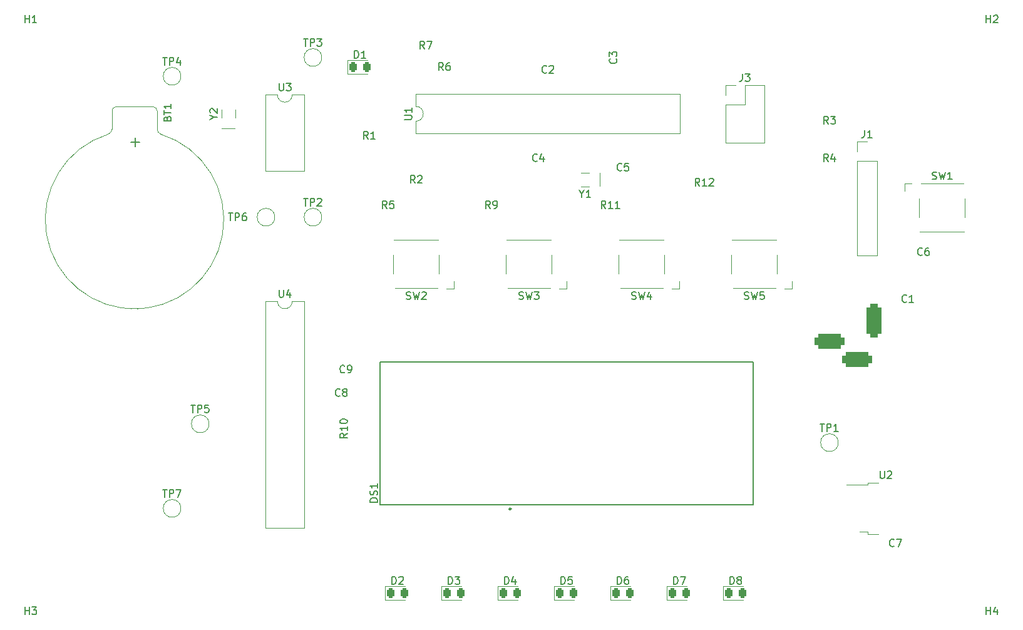
<source format=gbr>
%TF.GenerationSoftware,KiCad,Pcbnew,6.0.6-3a73a75311~116~ubuntu20.04.1*%
%TF.CreationDate,2022-07-22T21:09:37-04:00*%
%TF.ProjectId,first_project,66697273-745f-4707-926f-6a6563742e6b,rev?*%
%TF.SameCoordinates,PX4c4b400PY8a48640*%
%TF.FileFunction,Legend,Top*%
%TF.FilePolarity,Positive*%
%FSLAX46Y46*%
G04 Gerber Fmt 4.6, Leading zero omitted, Abs format (unit mm)*
G04 Created by KiCad (PCBNEW 6.0.6-3a73a75311~116~ubuntu20.04.1) date 2022-07-22 21:09:37*
%MOMM*%
%LPD*%
G01*
G04 APERTURE LIST*
G04 Aperture macros list*
%AMRoundRect*
0 Rectangle with rounded corners*
0 $1 Rounding radius*
0 $2 $3 $4 $5 $6 $7 $8 $9 X,Y pos of 4 corners*
0 Add a 4 corners polygon primitive as box body*
4,1,4,$2,$3,$4,$5,$6,$7,$8,$9,$2,$3,0*
0 Add four circle primitives for the rounded corners*
1,1,$1+$1,$2,$3*
1,1,$1+$1,$4,$5*
1,1,$1+$1,$6,$7*
1,1,$1+$1,$8,$9*
0 Add four rect primitives between the rounded corners*
20,1,$1+$1,$2,$3,$4,$5,0*
20,1,$1+$1,$4,$5,$6,$7,0*
20,1,$1+$1,$6,$7,$8,$9,0*
20,1,$1+$1,$8,$9,$2,$3,0*%
G04 Aperture macros list end*
%ADD10C,0.150000*%
%ADD11C,0.120000*%
%ADD12C,0.250000*%
%ADD13R,1.150000X1.400000*%
%ADD14R,1.000000X1.800000*%
%ADD15C,3.200000*%
%ADD16RoundRect,0.243750X-0.243750X-0.456250X0.243750X-0.456250X0.243750X0.456250X-0.243750X0.456250X0*%
%ADD17R,1.600000X1.600000*%
%ADD18O,1.600000X1.600000*%
%ADD19C,2.000000*%
%ADD20R,1.600000X1.400000*%
%ADD21R,1.800000X1.000000*%
%ADD22O,1.700000X1.700000*%
%ADD23R,1.700000X1.700000*%
%ADD24R,3.000000X3.000000*%
%ADD25C,3.000000*%
%ADD26R,1.400000X1.150000*%
%ADD27R,2.200000X1.200000*%
%ADD28R,6.400000X5.800000*%
%ADD29R,1.400000X1.400000*%
%ADD30C,1.400000*%
%ADD31RoundRect,0.500000X0.500000X-1.750000X0.500000X1.750000X-0.500000X1.750000X-0.500000X-1.750000X0*%
%ADD32RoundRect,0.500000X1.500000X0.500000X-1.500000X0.500000X-1.500000X-0.500000X1.500000X-0.500000X0*%
G04 APERTURE END LIST*
D10*
%TO.C,C7*%
X121763333Y18022858D02*
X121715714Y17975239D01*
X121572857Y17927620D01*
X121477619Y17927620D01*
X121334761Y17975239D01*
X121239523Y18070477D01*
X121191904Y18165715D01*
X121144285Y18356191D01*
X121144285Y18499048D01*
X121191904Y18689524D01*
X121239523Y18784762D01*
X121334761Y18880000D01*
X121477619Y18927620D01*
X121572857Y18927620D01*
X121715714Y18880000D01*
X121763333Y18832381D01*
X122096666Y18927620D02*
X122763333Y18927620D01*
X122334761Y17927620D01*
%TO.C,Y1*%
X79543809Y65603810D02*
X79543809Y65127620D01*
X79210476Y66127620D02*
X79543809Y65603810D01*
X79877142Y66127620D01*
X80734285Y65127620D02*
X80162857Y65127620D01*
X80448571Y65127620D02*
X80448571Y66127620D01*
X80353333Y65984762D01*
X80258095Y65889524D01*
X80162857Y65841905D01*
%TO.C,H4*%
X134238095Y8747620D02*
X134238095Y9747620D01*
X134238095Y9271429D02*
X134809523Y9271429D01*
X134809523Y8747620D02*
X134809523Y9747620D01*
X135714285Y9414286D02*
X135714285Y8747620D01*
X135476190Y9795239D02*
X135238095Y9080953D01*
X135857142Y9080953D01*
%TO.C,D7*%
X91981904Y12847620D02*
X91981904Y13847620D01*
X92220000Y13847620D01*
X92362857Y13800000D01*
X92458095Y13704762D01*
X92505714Y13609524D01*
X92553333Y13419048D01*
X92553333Y13276191D01*
X92505714Y13085715D01*
X92458095Y12990477D01*
X92362857Y12895239D01*
X92220000Y12847620D01*
X91981904Y12847620D01*
X92886666Y13847620D02*
X93553333Y13847620D01*
X93124761Y12847620D01*
%TO.C,D5*%
X76741904Y12847620D02*
X76741904Y13847620D01*
X76980000Y13847620D01*
X77122857Y13800000D01*
X77218095Y13704762D01*
X77265714Y13609524D01*
X77313333Y13419048D01*
X77313333Y13276191D01*
X77265714Y13085715D01*
X77218095Y12990477D01*
X77122857Y12895239D01*
X76980000Y12847620D01*
X76741904Y12847620D01*
X78218095Y13847620D02*
X77741904Y13847620D01*
X77694285Y13371429D01*
X77741904Y13419048D01*
X77837142Y13466667D01*
X78075238Y13466667D01*
X78170476Y13419048D01*
X78218095Y13371429D01*
X78265714Y13276191D01*
X78265714Y13038096D01*
X78218095Y12942858D01*
X78170476Y12895239D01*
X78075238Y12847620D01*
X77837142Y12847620D01*
X77741904Y12895239D01*
X77694285Y12942858D01*
%TO.C,U4*%
X38628095Y52632620D02*
X38628095Y51823096D01*
X38675714Y51727858D01*
X38723333Y51680239D01*
X38818571Y51632620D01*
X39009047Y51632620D01*
X39104285Y51680239D01*
X39151904Y51727858D01*
X39199523Y51823096D01*
X39199523Y52632620D01*
X40104285Y52299286D02*
X40104285Y51632620D01*
X39866190Y52680239D02*
X39628095Y51965953D01*
X40247142Y51965953D01*
%TO.C,TP2*%
X41928095Y64995620D02*
X42499523Y64995620D01*
X42213809Y63995620D02*
X42213809Y64995620D01*
X42832857Y63995620D02*
X42832857Y64995620D01*
X43213809Y64995620D01*
X43309047Y64948000D01*
X43356666Y64900381D01*
X43404285Y64805143D01*
X43404285Y64662286D01*
X43356666Y64567048D01*
X43309047Y64519429D01*
X43213809Y64471810D01*
X42832857Y64471810D01*
X43785238Y64900381D02*
X43832857Y64948000D01*
X43928095Y64995620D01*
X44166190Y64995620D01*
X44261428Y64948000D01*
X44309047Y64900381D01*
X44356666Y64805143D01*
X44356666Y64709905D01*
X44309047Y64567048D01*
X43737619Y63995620D01*
X44356666Y63995620D01*
%TO.C,TP6*%
X31768095Y62997620D02*
X32339523Y62997620D01*
X32053809Y61997620D02*
X32053809Y62997620D01*
X32672857Y61997620D02*
X32672857Y62997620D01*
X33053809Y62997620D01*
X33149047Y62950000D01*
X33196666Y62902381D01*
X33244285Y62807143D01*
X33244285Y62664286D01*
X33196666Y62569048D01*
X33149047Y62521429D01*
X33053809Y62473810D01*
X32672857Y62473810D01*
X34101428Y62997620D02*
X33910952Y62997620D01*
X33815714Y62950000D01*
X33768095Y62902381D01*
X33672857Y62759524D01*
X33625238Y62569048D01*
X33625238Y62188096D01*
X33672857Y62092858D01*
X33720476Y62045239D01*
X33815714Y61997620D01*
X34006190Y61997620D01*
X34101428Y62045239D01*
X34149047Y62092858D01*
X34196666Y62188096D01*
X34196666Y62426191D01*
X34149047Y62521429D01*
X34101428Y62569048D01*
X34006190Y62616667D01*
X33815714Y62616667D01*
X33720476Y62569048D01*
X33672857Y62521429D01*
X33625238Y62426191D01*
%TO.C,C8*%
X46833333Y38342858D02*
X46785714Y38295239D01*
X46642857Y38247620D01*
X46547619Y38247620D01*
X46404761Y38295239D01*
X46309523Y38390477D01*
X46261904Y38485715D01*
X46214285Y38676191D01*
X46214285Y38819048D01*
X46261904Y39009524D01*
X46309523Y39104762D01*
X46404761Y39200000D01*
X46547619Y39247620D01*
X46642857Y39247620D01*
X46785714Y39200000D01*
X46833333Y39152381D01*
X47404761Y38819048D02*
X47309523Y38866667D01*
X47261904Y38914286D01*
X47214285Y39009524D01*
X47214285Y39057143D01*
X47261904Y39152381D01*
X47309523Y39200000D01*
X47404761Y39247620D01*
X47595238Y39247620D01*
X47690476Y39200000D01*
X47738095Y39152381D01*
X47785714Y39057143D01*
X47785714Y39009524D01*
X47738095Y38914286D01*
X47690476Y38866667D01*
X47595238Y38819048D01*
X47404761Y38819048D01*
X47309523Y38771429D01*
X47261904Y38723810D01*
X47214285Y38628572D01*
X47214285Y38438096D01*
X47261904Y38342858D01*
X47309523Y38295239D01*
X47404761Y38247620D01*
X47595238Y38247620D01*
X47690476Y38295239D01*
X47738095Y38342858D01*
X47785714Y38438096D01*
X47785714Y38628572D01*
X47738095Y38723810D01*
X47690476Y38771429D01*
X47595238Y38819048D01*
%TO.C,C9*%
X47468333Y41517858D02*
X47420714Y41470239D01*
X47277857Y41422620D01*
X47182619Y41422620D01*
X47039761Y41470239D01*
X46944523Y41565477D01*
X46896904Y41660715D01*
X46849285Y41851191D01*
X46849285Y41994048D01*
X46896904Y42184524D01*
X46944523Y42279762D01*
X47039761Y42375000D01*
X47182619Y42422620D01*
X47277857Y42422620D01*
X47420714Y42375000D01*
X47468333Y42327381D01*
X47944523Y41422620D02*
X48135000Y41422620D01*
X48230238Y41470239D01*
X48277857Y41517858D01*
X48373095Y41660715D01*
X48420714Y41851191D01*
X48420714Y42232143D01*
X48373095Y42327381D01*
X48325476Y42375000D01*
X48230238Y42422620D01*
X48039761Y42422620D01*
X47944523Y42375000D01*
X47896904Y42327381D01*
X47849285Y42232143D01*
X47849285Y41994048D01*
X47896904Y41898810D01*
X47944523Y41851191D01*
X48039761Y41803572D01*
X48230238Y41803572D01*
X48325476Y41851191D01*
X48373095Y41898810D01*
X48420714Y41994048D01*
%TO.C,TP4*%
X22878095Y84045620D02*
X23449523Y84045620D01*
X23163809Y83045620D02*
X23163809Y84045620D01*
X23782857Y83045620D02*
X23782857Y84045620D01*
X24163809Y84045620D01*
X24259047Y83998000D01*
X24306666Y83950381D01*
X24354285Y83855143D01*
X24354285Y83712286D01*
X24306666Y83617048D01*
X24259047Y83569429D01*
X24163809Y83521810D01*
X23782857Y83521810D01*
X25211428Y83712286D02*
X25211428Y83045620D01*
X24973333Y84093239D02*
X24735238Y83378953D01*
X25354285Y83378953D01*
%TO.C,SW1*%
X126946666Y67615239D02*
X127089523Y67567620D01*
X127327619Y67567620D01*
X127422857Y67615239D01*
X127470476Y67662858D01*
X127518095Y67758096D01*
X127518095Y67853334D01*
X127470476Y67948572D01*
X127422857Y67996191D01*
X127327619Y68043810D01*
X127137142Y68091429D01*
X127041904Y68139048D01*
X126994285Y68186667D01*
X126946666Y68281905D01*
X126946666Y68377143D01*
X126994285Y68472381D01*
X127041904Y68520000D01*
X127137142Y68567620D01*
X127375238Y68567620D01*
X127518095Y68520000D01*
X127851428Y68567620D02*
X128089523Y67567620D01*
X128280000Y68281905D01*
X128470476Y67567620D01*
X128708571Y68567620D01*
X129613333Y67567620D02*
X129041904Y67567620D01*
X129327619Y67567620D02*
X129327619Y68567620D01*
X129232380Y68424762D01*
X129137142Y68329524D01*
X129041904Y68281905D01*
%TO.C,C2*%
X74773333Y82032858D02*
X74725714Y81985239D01*
X74582857Y81937620D01*
X74487619Y81937620D01*
X74344761Y81985239D01*
X74249523Y82080477D01*
X74201904Y82175715D01*
X74154285Y82366191D01*
X74154285Y82509048D01*
X74201904Y82699524D01*
X74249523Y82794762D01*
X74344761Y82890000D01*
X74487619Y82937620D01*
X74582857Y82937620D01*
X74725714Y82890000D01*
X74773333Y82842381D01*
X75154285Y82842381D02*
X75201904Y82890000D01*
X75297142Y82937620D01*
X75535238Y82937620D01*
X75630476Y82890000D01*
X75678095Y82842381D01*
X75725714Y82747143D01*
X75725714Y82651905D01*
X75678095Y82509048D01*
X75106666Y81937620D01*
X75725714Y81937620D01*
%TO.C,D8*%
X99601904Y12847620D02*
X99601904Y13847620D01*
X99840000Y13847620D01*
X99982857Y13800000D01*
X100078095Y13704762D01*
X100125714Y13609524D01*
X100173333Y13419048D01*
X100173333Y13276191D01*
X100125714Y13085715D01*
X100078095Y12990477D01*
X99982857Y12895239D01*
X99840000Y12847620D01*
X99601904Y12847620D01*
X100744761Y13419048D02*
X100649523Y13466667D01*
X100601904Y13514286D01*
X100554285Y13609524D01*
X100554285Y13657143D01*
X100601904Y13752381D01*
X100649523Y13800000D01*
X100744761Y13847620D01*
X100935238Y13847620D01*
X101030476Y13800000D01*
X101078095Y13752381D01*
X101125714Y13657143D01*
X101125714Y13609524D01*
X101078095Y13514286D01*
X101030476Y13466667D01*
X100935238Y13419048D01*
X100744761Y13419048D01*
X100649523Y13371429D01*
X100601904Y13323810D01*
X100554285Y13228572D01*
X100554285Y13038096D01*
X100601904Y12942858D01*
X100649523Y12895239D01*
X100744761Y12847620D01*
X100935238Y12847620D01*
X101030476Y12895239D01*
X101078095Y12942858D01*
X101125714Y13038096D01*
X101125714Y13228572D01*
X101078095Y13323810D01*
X101030476Y13371429D01*
X100935238Y13419048D01*
%TO.C,SW2*%
X55826666Y51395239D02*
X55969523Y51347620D01*
X56207619Y51347620D01*
X56302857Y51395239D01*
X56350476Y51442858D01*
X56398095Y51538096D01*
X56398095Y51633334D01*
X56350476Y51728572D01*
X56302857Y51776191D01*
X56207619Y51823810D01*
X56017142Y51871429D01*
X55921904Y51919048D01*
X55874285Y51966667D01*
X55826666Y52061905D01*
X55826666Y52157143D01*
X55874285Y52252381D01*
X55921904Y52300000D01*
X56017142Y52347620D01*
X56255238Y52347620D01*
X56398095Y52300000D01*
X56731428Y52347620D02*
X56969523Y51347620D01*
X57160000Y52061905D01*
X57350476Y51347620D01*
X57588571Y52347620D01*
X57921904Y52252381D02*
X57969523Y52300000D01*
X58064761Y52347620D01*
X58302857Y52347620D01*
X58398095Y52300000D01*
X58445714Y52252381D01*
X58493333Y52157143D01*
X58493333Y52061905D01*
X58445714Y51919048D01*
X57874285Y51347620D01*
X58493333Y51347620D01*
%TO.C,R6*%
X60803333Y82317620D02*
X60470000Y82793810D01*
X60231904Y82317620D02*
X60231904Y83317620D01*
X60612857Y83317620D01*
X60708095Y83270000D01*
X60755714Y83222381D01*
X60803333Y83127143D01*
X60803333Y82984286D01*
X60755714Y82889048D01*
X60708095Y82841429D01*
X60612857Y82793810D01*
X60231904Y82793810D01*
X61660476Y83317620D02*
X61470000Y83317620D01*
X61374761Y83270000D01*
X61327142Y83222381D01*
X61231904Y83079524D01*
X61184285Y82889048D01*
X61184285Y82508096D01*
X61231904Y82412858D01*
X61279523Y82365239D01*
X61374761Y82317620D01*
X61565238Y82317620D01*
X61660476Y82365239D01*
X61708095Y82412858D01*
X61755714Y82508096D01*
X61755714Y82746191D01*
X61708095Y82841429D01*
X61660476Y82889048D01*
X61565238Y82936667D01*
X61374761Y82936667D01*
X61279523Y82889048D01*
X61231904Y82841429D01*
X61184285Y82746191D01*
%TO.C,D2*%
X53881904Y12847620D02*
X53881904Y13847620D01*
X54120000Y13847620D01*
X54262857Y13800000D01*
X54358095Y13704762D01*
X54405714Y13609524D01*
X54453333Y13419048D01*
X54453333Y13276191D01*
X54405714Y13085715D01*
X54358095Y12990477D01*
X54262857Y12895239D01*
X54120000Y12847620D01*
X53881904Y12847620D01*
X54834285Y13752381D02*
X54881904Y13800000D01*
X54977142Y13847620D01*
X55215238Y13847620D01*
X55310476Y13800000D01*
X55358095Y13752381D01*
X55405714Y13657143D01*
X55405714Y13561905D01*
X55358095Y13419048D01*
X54786666Y12847620D01*
X55405714Y12847620D01*
%TO.C,SW3*%
X71066666Y51395239D02*
X71209523Y51347620D01*
X71447619Y51347620D01*
X71542857Y51395239D01*
X71590476Y51442858D01*
X71638095Y51538096D01*
X71638095Y51633334D01*
X71590476Y51728572D01*
X71542857Y51776191D01*
X71447619Y51823810D01*
X71257142Y51871429D01*
X71161904Y51919048D01*
X71114285Y51966667D01*
X71066666Y52061905D01*
X71066666Y52157143D01*
X71114285Y52252381D01*
X71161904Y52300000D01*
X71257142Y52347620D01*
X71495238Y52347620D01*
X71638095Y52300000D01*
X71971428Y52347620D02*
X72209523Y51347620D01*
X72400000Y52061905D01*
X72590476Y51347620D01*
X72828571Y52347620D01*
X73114285Y52347620D02*
X73733333Y52347620D01*
X73400000Y51966667D01*
X73542857Y51966667D01*
X73638095Y51919048D01*
X73685714Y51871429D01*
X73733333Y51776191D01*
X73733333Y51538096D01*
X73685714Y51442858D01*
X73638095Y51395239D01*
X73542857Y51347620D01*
X73257142Y51347620D01*
X73161904Y51395239D01*
X73114285Y51442858D01*
%TO.C,D3*%
X61501904Y12847620D02*
X61501904Y13847620D01*
X61740000Y13847620D01*
X61882857Y13800000D01*
X61978095Y13704762D01*
X62025714Y13609524D01*
X62073333Y13419048D01*
X62073333Y13276191D01*
X62025714Y13085715D01*
X61978095Y12990477D01*
X61882857Y12895239D01*
X61740000Y12847620D01*
X61501904Y12847620D01*
X62406666Y13847620D02*
X63025714Y13847620D01*
X62692380Y13466667D01*
X62835238Y13466667D01*
X62930476Y13419048D01*
X62978095Y13371429D01*
X63025714Y13276191D01*
X63025714Y13038096D01*
X62978095Y12942858D01*
X62930476Y12895239D01*
X62835238Y12847620D01*
X62549523Y12847620D01*
X62454285Y12895239D01*
X62406666Y12942858D01*
%TO.C,R2*%
X56993333Y67077620D02*
X56660000Y67553810D01*
X56421904Y67077620D02*
X56421904Y68077620D01*
X56802857Y68077620D01*
X56898095Y68030000D01*
X56945714Y67982381D01*
X56993333Y67887143D01*
X56993333Y67744286D01*
X56945714Y67649048D01*
X56898095Y67601429D01*
X56802857Y67553810D01*
X56421904Y67553810D01*
X57374285Y67982381D02*
X57421904Y68030000D01*
X57517142Y68077620D01*
X57755238Y68077620D01*
X57850476Y68030000D01*
X57898095Y67982381D01*
X57945714Y67887143D01*
X57945714Y67791905D01*
X57898095Y67649048D01*
X57326666Y67077620D01*
X57945714Y67077620D01*
%TO.C,Y2*%
X29786190Y75943810D02*
X30262380Y75943810D01*
X29262380Y75610477D02*
X29786190Y75943810D01*
X29262380Y76277143D01*
X29357619Y76562858D02*
X29310000Y76610477D01*
X29262380Y76705715D01*
X29262380Y76943810D01*
X29310000Y77039048D01*
X29357619Y77086667D01*
X29452857Y77134286D01*
X29548095Y77134286D01*
X29690952Y77086667D01*
X30262380Y76515239D01*
X30262380Y77134286D01*
%TO.C,R3*%
X112873333Y75077620D02*
X112540000Y75553810D01*
X112301904Y75077620D02*
X112301904Y76077620D01*
X112682857Y76077620D01*
X112778095Y76030000D01*
X112825714Y75982381D01*
X112873333Y75887143D01*
X112873333Y75744286D01*
X112825714Y75649048D01*
X112778095Y75601429D01*
X112682857Y75553810D01*
X112301904Y75553810D01*
X113206666Y76077620D02*
X113825714Y76077620D01*
X113492380Y75696667D01*
X113635238Y75696667D01*
X113730476Y75649048D01*
X113778095Y75601429D01*
X113825714Y75506191D01*
X113825714Y75268096D01*
X113778095Y75172858D01*
X113730476Y75125239D01*
X113635238Y75077620D01*
X113349523Y75077620D01*
X113254285Y75125239D01*
X113206666Y75172858D01*
%TO.C,J1*%
X117786666Y74217620D02*
X117786666Y73503334D01*
X117739047Y73360477D01*
X117643809Y73265239D01*
X117500952Y73217620D01*
X117405714Y73217620D01*
X118786666Y73217620D02*
X118215238Y73217620D01*
X118500952Y73217620D02*
X118500952Y74217620D01*
X118405714Y74074762D01*
X118310476Y73979524D01*
X118215238Y73931905D01*
%TO.C,C5*%
X84933333Y68822858D02*
X84885714Y68775239D01*
X84742857Y68727620D01*
X84647619Y68727620D01*
X84504761Y68775239D01*
X84409523Y68870477D01*
X84361904Y68965715D01*
X84314285Y69156191D01*
X84314285Y69299048D01*
X84361904Y69489524D01*
X84409523Y69584762D01*
X84504761Y69680000D01*
X84647619Y69727620D01*
X84742857Y69727620D01*
X84885714Y69680000D01*
X84933333Y69632381D01*
X85838095Y69727620D02*
X85361904Y69727620D01*
X85314285Y69251429D01*
X85361904Y69299048D01*
X85457142Y69346667D01*
X85695238Y69346667D01*
X85790476Y69299048D01*
X85838095Y69251429D01*
X85885714Y69156191D01*
X85885714Y68918096D01*
X85838095Y68822858D01*
X85790476Y68775239D01*
X85695238Y68727620D01*
X85457142Y68727620D01*
X85361904Y68775239D01*
X85314285Y68822858D01*
%TO.C,R4*%
X112873333Y69997620D02*
X112540000Y70473810D01*
X112301904Y69997620D02*
X112301904Y70997620D01*
X112682857Y70997620D01*
X112778095Y70950000D01*
X112825714Y70902381D01*
X112873333Y70807143D01*
X112873333Y70664286D01*
X112825714Y70569048D01*
X112778095Y70521429D01*
X112682857Y70473810D01*
X112301904Y70473810D01*
X113730476Y70664286D02*
X113730476Y69997620D01*
X113492380Y71045239D02*
X113254285Y70330953D01*
X113873333Y70330953D01*
%TO.C,U3*%
X38628095Y80557620D02*
X38628095Y79748096D01*
X38675714Y79652858D01*
X38723333Y79605239D01*
X38818571Y79557620D01*
X39009047Y79557620D01*
X39104285Y79605239D01*
X39151904Y79652858D01*
X39199523Y79748096D01*
X39199523Y80557620D01*
X39580476Y80557620D02*
X40199523Y80557620D01*
X39866190Y80176667D01*
X40009047Y80176667D01*
X40104285Y80129048D01*
X40151904Y80081429D01*
X40199523Y79986191D01*
X40199523Y79748096D01*
X40151904Y79652858D01*
X40104285Y79605239D01*
X40009047Y79557620D01*
X39723333Y79557620D01*
X39628095Y79605239D01*
X39580476Y79652858D01*
%TO.C,TP7*%
X22878095Y25625620D02*
X23449523Y25625620D01*
X23163809Y24625620D02*
X23163809Y25625620D01*
X23782857Y24625620D02*
X23782857Y25625620D01*
X24163809Y25625620D01*
X24259047Y25578000D01*
X24306666Y25530381D01*
X24354285Y25435143D01*
X24354285Y25292286D01*
X24306666Y25197048D01*
X24259047Y25149429D01*
X24163809Y25101810D01*
X23782857Y25101810D01*
X24687619Y25625620D02*
X25354285Y25625620D01*
X24925714Y24625620D01*
%TO.C,C6*%
X125573333Y57392858D02*
X125525714Y57345239D01*
X125382857Y57297620D01*
X125287619Y57297620D01*
X125144761Y57345239D01*
X125049523Y57440477D01*
X125001904Y57535715D01*
X124954285Y57726191D01*
X124954285Y57869048D01*
X125001904Y58059524D01*
X125049523Y58154762D01*
X125144761Y58250000D01*
X125287619Y58297620D01*
X125382857Y58297620D01*
X125525714Y58250000D01*
X125573333Y58202381D01*
X126430476Y58297620D02*
X126240000Y58297620D01*
X126144761Y58250000D01*
X126097142Y58202381D01*
X126001904Y58059524D01*
X125954285Y57869048D01*
X125954285Y57488096D01*
X126001904Y57392858D01*
X126049523Y57345239D01*
X126144761Y57297620D01*
X126335238Y57297620D01*
X126430476Y57345239D01*
X126478095Y57392858D01*
X126525714Y57488096D01*
X126525714Y57726191D01*
X126478095Y57821429D01*
X126430476Y57869048D01*
X126335238Y57916667D01*
X126144761Y57916667D01*
X126049523Y57869048D01*
X126001904Y57821429D01*
X125954285Y57726191D01*
%TO.C,D1*%
X48801904Y83967620D02*
X48801904Y84967620D01*
X49040000Y84967620D01*
X49182857Y84920000D01*
X49278095Y84824762D01*
X49325714Y84729524D01*
X49373333Y84539048D01*
X49373333Y84396191D01*
X49325714Y84205715D01*
X49278095Y84110477D01*
X49182857Y84015239D01*
X49040000Y83967620D01*
X48801904Y83967620D01*
X50325714Y83967620D02*
X49754285Y83967620D01*
X50040000Y83967620D02*
X50040000Y84967620D01*
X49944761Y84824762D01*
X49849523Y84729524D01*
X49754285Y84681905D01*
%TO.C,TP1*%
X111778095Y34515620D02*
X112349523Y34515620D01*
X112063809Y33515620D02*
X112063809Y34515620D01*
X112682857Y33515620D02*
X112682857Y34515620D01*
X113063809Y34515620D01*
X113159047Y34468000D01*
X113206666Y34420381D01*
X113254285Y34325143D01*
X113254285Y34182286D01*
X113206666Y34087048D01*
X113159047Y34039429D01*
X113063809Y33991810D01*
X112682857Y33991810D01*
X114206666Y33515620D02*
X113635238Y33515620D01*
X113920952Y33515620D02*
X113920952Y34515620D01*
X113825714Y34372762D01*
X113730476Y34277524D01*
X113635238Y34229905D01*
%TO.C,H2*%
X134238095Y88747620D02*
X134238095Y89747620D01*
X134238095Y89271429D02*
X134809523Y89271429D01*
X134809523Y88747620D02*
X134809523Y89747620D01*
X135238095Y89652381D02*
X135285714Y89700000D01*
X135380952Y89747620D01*
X135619047Y89747620D01*
X135714285Y89700000D01*
X135761904Y89652381D01*
X135809523Y89557143D01*
X135809523Y89461905D01*
X135761904Y89319048D01*
X135190476Y88747620D01*
X135809523Y88747620D01*
%TO.C,BT1*%
X23488555Y75797972D02*
X23536174Y75940829D01*
X23583793Y75988448D01*
X23679031Y76036067D01*
X23821888Y76036067D01*
X23917126Y75988448D01*
X23964745Y75940829D01*
X24012364Y75845591D01*
X24012364Y75464639D01*
X23012364Y75464639D01*
X23012364Y75797972D01*
X23059984Y75893210D01*
X23107603Y75940829D01*
X23202841Y75988448D01*
X23298079Y75988448D01*
X23393317Y75940829D01*
X23440936Y75893210D01*
X23488555Y75797972D01*
X23488555Y75464639D01*
X23012364Y76321782D02*
X23012364Y76893210D01*
X24012364Y76607496D02*
X23012364Y76607496D01*
X24012364Y77750353D02*
X24012364Y77178925D01*
X24012364Y77464639D02*
X23012364Y77464639D01*
X23155222Y77369401D01*
X23250460Y77274163D01*
X23298079Y77178925D01*
X19167126Y72012258D02*
X19167126Y73155115D01*
X19738555Y72583686D02*
X18595698Y72583686D01*
%TO.C,R1*%
X50643333Y73047620D02*
X50310000Y73523810D01*
X50071904Y73047620D02*
X50071904Y74047620D01*
X50452857Y74047620D01*
X50548095Y74000000D01*
X50595714Y73952381D01*
X50643333Y73857143D01*
X50643333Y73714286D01*
X50595714Y73619048D01*
X50548095Y73571429D01*
X50452857Y73523810D01*
X50071904Y73523810D01*
X51595714Y73047620D02*
X51024285Y73047620D01*
X51310000Y73047620D02*
X51310000Y74047620D01*
X51214761Y73904762D01*
X51119523Y73809524D01*
X51024285Y73761905D01*
%TO.C,H3*%
X4238095Y8747620D02*
X4238095Y9747620D01*
X4238095Y9271429D02*
X4809523Y9271429D01*
X4809523Y8747620D02*
X4809523Y9747620D01*
X5190476Y9747620D02*
X5809523Y9747620D01*
X5476190Y9366667D01*
X5619047Y9366667D01*
X5714285Y9319048D01*
X5761904Y9271429D01*
X5809523Y9176191D01*
X5809523Y8938096D01*
X5761904Y8842858D01*
X5714285Y8795239D01*
X5619047Y8747620D01*
X5333333Y8747620D01*
X5238095Y8795239D01*
X5190476Y8842858D01*
%TO.C,SW4*%
X86306666Y51395239D02*
X86449523Y51347620D01*
X86687619Y51347620D01*
X86782857Y51395239D01*
X86830476Y51442858D01*
X86878095Y51538096D01*
X86878095Y51633334D01*
X86830476Y51728572D01*
X86782857Y51776191D01*
X86687619Y51823810D01*
X86497142Y51871429D01*
X86401904Y51919048D01*
X86354285Y51966667D01*
X86306666Y52061905D01*
X86306666Y52157143D01*
X86354285Y52252381D01*
X86401904Y52300000D01*
X86497142Y52347620D01*
X86735238Y52347620D01*
X86878095Y52300000D01*
X87211428Y52347620D02*
X87449523Y51347620D01*
X87640000Y52061905D01*
X87830476Y51347620D01*
X88068571Y52347620D01*
X88878095Y52014286D02*
X88878095Y51347620D01*
X88640000Y52395239D02*
X88401904Y51680953D01*
X89020952Y51680953D01*
%TO.C,SW5*%
X101546666Y51395239D02*
X101689523Y51347620D01*
X101927619Y51347620D01*
X102022857Y51395239D01*
X102070476Y51442858D01*
X102118095Y51538096D01*
X102118095Y51633334D01*
X102070476Y51728572D01*
X102022857Y51776191D01*
X101927619Y51823810D01*
X101737142Y51871429D01*
X101641904Y51919048D01*
X101594285Y51966667D01*
X101546666Y52061905D01*
X101546666Y52157143D01*
X101594285Y52252381D01*
X101641904Y52300000D01*
X101737142Y52347620D01*
X101975238Y52347620D01*
X102118095Y52300000D01*
X102451428Y52347620D02*
X102689523Y51347620D01*
X102880000Y52061905D01*
X103070476Y51347620D01*
X103308571Y52347620D01*
X104165714Y52347620D02*
X103689523Y52347620D01*
X103641904Y51871429D01*
X103689523Y51919048D01*
X103784761Y51966667D01*
X104022857Y51966667D01*
X104118095Y51919048D01*
X104165714Y51871429D01*
X104213333Y51776191D01*
X104213333Y51538096D01*
X104165714Y51442858D01*
X104118095Y51395239D01*
X104022857Y51347620D01*
X103784761Y51347620D01*
X103689523Y51395239D01*
X103641904Y51442858D01*
%TO.C,R10*%
X47832380Y33232143D02*
X47356190Y32898810D01*
X47832380Y32660715D02*
X46832380Y32660715D01*
X46832380Y33041667D01*
X46880000Y33136905D01*
X46927619Y33184524D01*
X47022857Y33232143D01*
X47165714Y33232143D01*
X47260952Y33184524D01*
X47308571Y33136905D01*
X47356190Y33041667D01*
X47356190Y32660715D01*
X47832380Y34184524D02*
X47832380Y33613096D01*
X47832380Y33898810D02*
X46832380Y33898810D01*
X46975238Y33803572D01*
X47070476Y33708334D01*
X47118095Y33613096D01*
X46832380Y34803572D02*
X46832380Y34898810D01*
X46880000Y34994048D01*
X46927619Y35041667D01*
X47022857Y35089286D01*
X47213333Y35136905D01*
X47451428Y35136905D01*
X47641904Y35089286D01*
X47737142Y35041667D01*
X47784761Y34994048D01*
X47832380Y34898810D01*
X47832380Y34803572D01*
X47784761Y34708334D01*
X47737142Y34660715D01*
X47641904Y34613096D01*
X47451428Y34565477D01*
X47213333Y34565477D01*
X47022857Y34613096D01*
X46927619Y34660715D01*
X46880000Y34708334D01*
X46832380Y34803572D01*
%TO.C,C4*%
X73503333Y70092858D02*
X73455714Y70045239D01*
X73312857Y69997620D01*
X73217619Y69997620D01*
X73074761Y70045239D01*
X72979523Y70140477D01*
X72931904Y70235715D01*
X72884285Y70426191D01*
X72884285Y70569048D01*
X72931904Y70759524D01*
X72979523Y70854762D01*
X73074761Y70950000D01*
X73217619Y70997620D01*
X73312857Y70997620D01*
X73455714Y70950000D01*
X73503333Y70902381D01*
X74360476Y70664286D02*
X74360476Y69997620D01*
X74122380Y71045239D02*
X73884285Y70330953D01*
X74503333Y70330953D01*
%TO.C,R7*%
X58263333Y85237620D02*
X57930000Y85713810D01*
X57691904Y85237620D02*
X57691904Y86237620D01*
X58072857Y86237620D01*
X58168095Y86190000D01*
X58215714Y86142381D01*
X58263333Y86047143D01*
X58263333Y85904286D01*
X58215714Y85809048D01*
X58168095Y85761429D01*
X58072857Y85713810D01*
X57691904Y85713810D01*
X58596666Y86237620D02*
X59263333Y86237620D01*
X58834761Y85237620D01*
%TO.C,H1*%
X4238095Y88747620D02*
X4238095Y89747620D01*
X4238095Y89271429D02*
X4809523Y89271429D01*
X4809523Y88747620D02*
X4809523Y89747620D01*
X5809523Y88747620D02*
X5238095Y88747620D01*
X5523809Y88747620D02*
X5523809Y89747620D01*
X5428571Y89604762D01*
X5333333Y89509524D01*
X5238095Y89461905D01*
%TO.C,R9*%
X67153333Y63647620D02*
X66820000Y64123810D01*
X66581904Y63647620D02*
X66581904Y64647620D01*
X66962857Y64647620D01*
X67058095Y64600000D01*
X67105714Y64552381D01*
X67153333Y64457143D01*
X67153333Y64314286D01*
X67105714Y64219048D01*
X67058095Y64171429D01*
X66962857Y64123810D01*
X66581904Y64123810D01*
X67629523Y63647620D02*
X67820000Y63647620D01*
X67915238Y63695239D01*
X67962857Y63742858D01*
X68058095Y63885715D01*
X68105714Y64076191D01*
X68105714Y64457143D01*
X68058095Y64552381D01*
X68010476Y64600000D01*
X67915238Y64647620D01*
X67724761Y64647620D01*
X67629523Y64600000D01*
X67581904Y64552381D01*
X67534285Y64457143D01*
X67534285Y64219048D01*
X67581904Y64123810D01*
X67629523Y64076191D01*
X67724761Y64028572D01*
X67915238Y64028572D01*
X68010476Y64076191D01*
X68058095Y64123810D01*
X68105714Y64219048D01*
%TO.C,C3*%
X84187142Y83873334D02*
X84234761Y83825715D01*
X84282380Y83682858D01*
X84282380Y83587620D01*
X84234761Y83444762D01*
X84139523Y83349524D01*
X84044285Y83301905D01*
X83853809Y83254286D01*
X83710952Y83254286D01*
X83520476Y83301905D01*
X83425238Y83349524D01*
X83330000Y83444762D01*
X83282380Y83587620D01*
X83282380Y83682858D01*
X83330000Y83825715D01*
X83377619Y83873334D01*
X83282380Y84206667D02*
X83282380Y84825715D01*
X83663333Y84492381D01*
X83663333Y84635239D01*
X83710952Y84730477D01*
X83758571Y84778096D01*
X83853809Y84825715D01*
X84091904Y84825715D01*
X84187142Y84778096D01*
X84234761Y84730477D01*
X84282380Y84635239D01*
X84282380Y84349524D01*
X84234761Y84254286D01*
X84187142Y84206667D01*
%TO.C,C1*%
X123453333Y51042858D02*
X123405714Y50995239D01*
X123262857Y50947620D01*
X123167619Y50947620D01*
X123024761Y50995239D01*
X122929523Y51090477D01*
X122881904Y51185715D01*
X122834285Y51376191D01*
X122834285Y51519048D01*
X122881904Y51709524D01*
X122929523Y51804762D01*
X123024761Y51900000D01*
X123167619Y51947620D01*
X123262857Y51947620D01*
X123405714Y51900000D01*
X123453333Y51852381D01*
X124405714Y50947620D02*
X123834285Y50947620D01*
X124120000Y50947620D02*
X124120000Y51947620D01*
X124024761Y51804762D01*
X123929523Y51709524D01*
X123834285Y51661905D01*
%TO.C,TP3*%
X41928095Y86585620D02*
X42499523Y86585620D01*
X42213809Y85585620D02*
X42213809Y86585620D01*
X42832857Y85585620D02*
X42832857Y86585620D01*
X43213809Y86585620D01*
X43309047Y86538000D01*
X43356666Y86490381D01*
X43404285Y86395143D01*
X43404285Y86252286D01*
X43356666Y86157048D01*
X43309047Y86109429D01*
X43213809Y86061810D01*
X42832857Y86061810D01*
X43737619Y86585620D02*
X44356666Y86585620D01*
X44023333Y86204667D01*
X44166190Y86204667D01*
X44261428Y86157048D01*
X44309047Y86109429D01*
X44356666Y86014191D01*
X44356666Y85776096D01*
X44309047Y85680858D01*
X44261428Y85633239D01*
X44166190Y85585620D01*
X43880476Y85585620D01*
X43785238Y85633239D01*
X43737619Y85680858D01*
%TO.C,R12*%
X95467142Y66697620D02*
X95133809Y67173810D01*
X94895714Y66697620D02*
X94895714Y67697620D01*
X95276666Y67697620D01*
X95371904Y67650000D01*
X95419523Y67602381D01*
X95467142Y67507143D01*
X95467142Y67364286D01*
X95419523Y67269048D01*
X95371904Y67221429D01*
X95276666Y67173810D01*
X94895714Y67173810D01*
X96419523Y66697620D02*
X95848095Y66697620D01*
X96133809Y66697620D02*
X96133809Y67697620D01*
X96038571Y67554762D01*
X95943333Y67459524D01*
X95848095Y67411905D01*
X96800476Y67602381D02*
X96848095Y67650000D01*
X96943333Y67697620D01*
X97181428Y67697620D01*
X97276666Y67650000D01*
X97324285Y67602381D01*
X97371904Y67507143D01*
X97371904Y67411905D01*
X97324285Y67269048D01*
X96752857Y66697620D01*
X97371904Y66697620D01*
%TO.C,TP5*%
X26688095Y37055620D02*
X27259523Y37055620D01*
X26973809Y36055620D02*
X26973809Y37055620D01*
X27592857Y36055620D02*
X27592857Y37055620D01*
X27973809Y37055620D01*
X28069047Y37008000D01*
X28116666Y36960381D01*
X28164285Y36865143D01*
X28164285Y36722286D01*
X28116666Y36627048D01*
X28069047Y36579429D01*
X27973809Y36531810D01*
X27592857Y36531810D01*
X29069047Y37055620D02*
X28592857Y37055620D01*
X28545238Y36579429D01*
X28592857Y36627048D01*
X28688095Y36674667D01*
X28926190Y36674667D01*
X29021428Y36627048D01*
X29069047Y36579429D01*
X29116666Y36484191D01*
X29116666Y36246096D01*
X29069047Y36150858D01*
X29021428Y36103239D01*
X28926190Y36055620D01*
X28688095Y36055620D01*
X28592857Y36103239D01*
X28545238Y36150858D01*
%TO.C,U2*%
X119898095Y28127620D02*
X119898095Y27318096D01*
X119945714Y27222858D01*
X119993333Y27175239D01*
X120088571Y27127620D01*
X120279047Y27127620D01*
X120374285Y27175239D01*
X120421904Y27222858D01*
X120469523Y27318096D01*
X120469523Y28127620D01*
X120898095Y28032381D02*
X120945714Y28080000D01*
X121040952Y28127620D01*
X121279047Y28127620D01*
X121374285Y28080000D01*
X121421904Y28032381D01*
X121469523Y27937143D01*
X121469523Y27841905D01*
X121421904Y27699048D01*
X120850476Y27127620D01*
X121469523Y27127620D01*
%TO.C,R5*%
X53183333Y63647620D02*
X52850000Y64123810D01*
X52611904Y63647620D02*
X52611904Y64647620D01*
X52992857Y64647620D01*
X53088095Y64600000D01*
X53135714Y64552381D01*
X53183333Y64457143D01*
X53183333Y64314286D01*
X53135714Y64219048D01*
X53088095Y64171429D01*
X52992857Y64123810D01*
X52611904Y64123810D01*
X54088095Y64647620D02*
X53611904Y64647620D01*
X53564285Y64171429D01*
X53611904Y64219048D01*
X53707142Y64266667D01*
X53945238Y64266667D01*
X54040476Y64219048D01*
X54088095Y64171429D01*
X54135714Y64076191D01*
X54135714Y63838096D01*
X54088095Y63742858D01*
X54040476Y63695239D01*
X53945238Y63647620D01*
X53707142Y63647620D01*
X53611904Y63695239D01*
X53564285Y63742858D01*
%TO.C,DS1*%
X51907380Y23950596D02*
X50907380Y23950596D01*
X50907380Y24188691D01*
X50955000Y24331548D01*
X51050238Y24426786D01*
X51145476Y24474405D01*
X51335952Y24522024D01*
X51478809Y24522024D01*
X51669285Y24474405D01*
X51764523Y24426786D01*
X51859761Y24331548D01*
X51907380Y24188691D01*
X51907380Y23950596D01*
X51859761Y24902977D02*
X51907380Y25045834D01*
X51907380Y25283929D01*
X51859761Y25379167D01*
X51812142Y25426786D01*
X51716904Y25474405D01*
X51621666Y25474405D01*
X51526428Y25426786D01*
X51478809Y25379167D01*
X51431190Y25283929D01*
X51383571Y25093453D01*
X51335952Y24998215D01*
X51288333Y24950596D01*
X51193095Y24902977D01*
X51097857Y24902977D01*
X51002619Y24950596D01*
X50955000Y24998215D01*
X50907380Y25093453D01*
X50907380Y25331548D01*
X50955000Y25474405D01*
X51907380Y26426786D02*
X51907380Y25855358D01*
X51907380Y26141072D02*
X50907380Y26141072D01*
X51050238Y26045834D01*
X51145476Y25950596D01*
X51193095Y25855358D01*
%TO.C,J3*%
X101276666Y81837620D02*
X101276666Y81123334D01*
X101229047Y80980477D01*
X101133809Y80885239D01*
X100990952Y80837620D01*
X100895714Y80837620D01*
X101657619Y81837620D02*
X102276666Y81837620D01*
X101943333Y81456667D01*
X102086190Y81456667D01*
X102181428Y81409048D01*
X102229047Y81361429D01*
X102276666Y81266191D01*
X102276666Y81028096D01*
X102229047Y80932858D01*
X102181428Y80885239D01*
X102086190Y80837620D01*
X101800476Y80837620D01*
X101705238Y80885239D01*
X101657619Y80932858D01*
%TO.C,R11*%
X82767142Y63647620D02*
X82433809Y64123810D01*
X82195714Y63647620D02*
X82195714Y64647620D01*
X82576666Y64647620D01*
X82671904Y64600000D01*
X82719523Y64552381D01*
X82767142Y64457143D01*
X82767142Y64314286D01*
X82719523Y64219048D01*
X82671904Y64171429D01*
X82576666Y64123810D01*
X82195714Y64123810D01*
X83719523Y63647620D02*
X83148095Y63647620D01*
X83433809Y63647620D02*
X83433809Y64647620D01*
X83338571Y64504762D01*
X83243333Y64409524D01*
X83148095Y64361905D01*
X84671904Y63647620D02*
X84100476Y63647620D01*
X84386190Y63647620D02*
X84386190Y64647620D01*
X84290952Y64504762D01*
X84195714Y64409524D01*
X84100476Y64361905D01*
%TO.C,D6*%
X84361904Y12847620D02*
X84361904Y13847620D01*
X84600000Y13847620D01*
X84742857Y13800000D01*
X84838095Y13704762D01*
X84885714Y13609524D01*
X84933333Y13419048D01*
X84933333Y13276191D01*
X84885714Y13085715D01*
X84838095Y12990477D01*
X84742857Y12895239D01*
X84600000Y12847620D01*
X84361904Y12847620D01*
X85790476Y13847620D02*
X85600000Y13847620D01*
X85504761Y13800000D01*
X85457142Y13752381D01*
X85361904Y13609524D01*
X85314285Y13419048D01*
X85314285Y13038096D01*
X85361904Y12942858D01*
X85409523Y12895239D01*
X85504761Y12847620D01*
X85695238Y12847620D01*
X85790476Y12895239D01*
X85838095Y12942858D01*
X85885714Y13038096D01*
X85885714Y13276191D01*
X85838095Y13371429D01*
X85790476Y13419048D01*
X85695238Y13466667D01*
X85504761Y13466667D01*
X85409523Y13419048D01*
X85361904Y13371429D01*
X85314285Y13276191D01*
%TO.C,D4*%
X69121904Y12847620D02*
X69121904Y13847620D01*
X69360000Y13847620D01*
X69502857Y13800000D01*
X69598095Y13704762D01*
X69645714Y13609524D01*
X69693333Y13419048D01*
X69693333Y13276191D01*
X69645714Y13085715D01*
X69598095Y12990477D01*
X69502857Y12895239D01*
X69360000Y12847620D01*
X69121904Y12847620D01*
X70550476Y13514286D02*
X70550476Y12847620D01*
X70312380Y13895239D02*
X70074285Y13180953D01*
X70693333Y13180953D01*
%TO.C,U1*%
X55562380Y75668096D02*
X56371904Y75668096D01*
X56467142Y75715715D01*
X56514761Y75763334D01*
X56562380Y75858572D01*
X56562380Y76049048D01*
X56514761Y76144286D01*
X56467142Y76191905D01*
X56371904Y76239524D01*
X55562380Y76239524D01*
X56562380Y77239524D02*
X56562380Y76668096D01*
X56562380Y76953810D02*
X55562380Y76953810D01*
X55705238Y76858572D01*
X55800476Y76763334D01*
X55848095Y76668096D01*
D11*
%TO.C,Y1*%
X81970000Y66630000D02*
X81970000Y68430000D01*
X80570000Y68480000D02*
X79470000Y68480000D01*
X80570000Y66580000D02*
X79470000Y66580000D01*
%TO.C,D7*%
X93720000Y12610000D02*
X91035000Y12610000D01*
X91035000Y12610000D02*
X91035000Y10690000D01*
X91035000Y10690000D02*
X93720000Y10690000D01*
%TO.C,D5*%
X78480000Y12610000D02*
X75795000Y12610000D01*
X75795000Y12610000D02*
X75795000Y10690000D01*
X75795000Y10690000D02*
X78480000Y10690000D01*
%TO.C,U4*%
X38390000Y51085000D02*
X36740000Y51085000D01*
X36740000Y20485000D02*
X42040000Y20485000D01*
X42040000Y51085000D02*
X40390000Y51085000D01*
X36740000Y51085000D02*
X36740000Y20485000D01*
X42040000Y20485000D02*
X42040000Y51085000D01*
X38390000Y51085000D02*
G75*
G03*
X40390000Y51085000I1000000J0D01*
G01*
%TO.C,TP2*%
X44390000Y62450000D02*
G75*
G03*
X44390000Y62450000I-1200000J0D01*
G01*
%TO.C,TP6*%
X38040000Y62450000D02*
G75*
G03*
X38040000Y62450000I-1200000J0D01*
G01*
%TO.C,TP4*%
X25340000Y81500000D02*
G75*
G03*
X25340000Y81500000I-1200000J0D01*
G01*
%TO.C,SW1*%
X123180000Y67020000D02*
X124180000Y67020000D01*
X123180000Y66020000D02*
X123180000Y67020000D01*
X125180000Y65020000D02*
X125180000Y62420000D01*
X131380000Y65020000D02*
X131380000Y62420000D01*
X131280000Y60470000D02*
X125280000Y60470000D01*
X131180000Y66970000D02*
X125380000Y66970000D01*
%TO.C,D8*%
X101340000Y12610000D02*
X98655000Y12610000D01*
X98655000Y12610000D02*
X98655000Y10690000D01*
X98655000Y10690000D02*
X101340000Y10690000D01*
%TO.C,SW2*%
X62260000Y52800000D02*
X61260000Y52800000D01*
X62260000Y53800000D02*
X62260000Y52800000D01*
X60260000Y54800000D02*
X60260000Y57400000D01*
X54060000Y54800000D02*
X54060000Y57400000D01*
X54160000Y59350000D02*
X60160000Y59350000D01*
X54260000Y52850000D02*
X60060000Y52850000D01*
%TO.C,D2*%
X55620000Y12610000D02*
X52935000Y12610000D01*
X52935000Y12610000D02*
X52935000Y10690000D01*
X52935000Y10690000D02*
X55620000Y10690000D01*
%TO.C,SW3*%
X77500000Y52800000D02*
X76500000Y52800000D01*
X77500000Y53800000D02*
X77500000Y52800000D01*
X75500000Y54800000D02*
X75500000Y57400000D01*
X69300000Y54800000D02*
X69300000Y57400000D01*
X69400000Y59350000D02*
X75400000Y59350000D01*
X69500000Y52850000D02*
X75300000Y52850000D01*
%TO.C,D3*%
X63240000Y12610000D02*
X60555000Y12610000D01*
X60555000Y12610000D02*
X60555000Y10690000D01*
X60555000Y10690000D02*
X63240000Y10690000D01*
%TO.C,Y2*%
X30860000Y74470000D02*
X32660000Y74470000D01*
X32710000Y75870000D02*
X32710000Y76970000D01*
X30810000Y75870000D02*
X30810000Y76970000D01*
%TO.C,J1*%
X116790000Y57310000D02*
X119450000Y57310000D01*
X116790000Y70070000D02*
X116790000Y57310000D01*
X119450000Y70070000D02*
X119450000Y57310000D01*
X116790000Y70070000D02*
X119450000Y70070000D01*
X116790000Y71340000D02*
X116790000Y72670000D01*
X116790000Y72670000D02*
X118120000Y72670000D01*
%TO.C,U3*%
X36740000Y68730000D02*
X42040000Y68730000D01*
X36740000Y79010000D02*
X36740000Y68730000D01*
X38390000Y79010000D02*
X36740000Y79010000D01*
X42040000Y79010000D02*
X40390000Y79010000D01*
X42040000Y68730000D02*
X42040000Y79010000D01*
X38390000Y79010000D02*
G75*
G03*
X40390000Y79010000I1000000J0D01*
G01*
%TO.C,TP7*%
X25340000Y23080000D02*
G75*
G03*
X25340000Y23080000I-1200000J0D01*
G01*
%TO.C,D1*%
X50540000Y83730000D02*
X47855000Y83730000D01*
X47855000Y83730000D02*
X47855000Y81810000D01*
X47855000Y81810000D02*
X50540000Y81810000D01*
%TO.C,TP1*%
X114240000Y31970000D02*
G75*
G03*
X114240000Y31970000I-1200000J0D01*
G01*
%TO.C,BT1*%
X16009984Y76833686D02*
X16009984Y74383686D01*
X22109984Y74383686D02*
X22109984Y76833686D01*
X21559984Y77383686D02*
X16559984Y77383686D01*
X15539984Y73683686D02*
G75*
G03*
X19575975Y50070243I3520000J-11550000D01*
G01*
X16559984Y77383686D02*
G75*
G03*
X16009984Y76833686I-1J-549999D01*
G01*
X22109984Y76833686D02*
G75*
G03*
X21559984Y77383686I-549999J1D01*
G01*
X18543993Y50070243D02*
G75*
G03*
X22579984Y73683686I515991J12063443D01*
G01*
X22109984Y74383686D02*
G75*
G03*
X22603469Y73678917I750000J0D01*
G01*
X15516499Y73678917D02*
G75*
G03*
X16009984Y74383686I-256515J704769D01*
G01*
%TO.C,SW4*%
X92740000Y52800000D02*
X91740000Y52800000D01*
X92740000Y53800000D02*
X92740000Y52800000D01*
X90740000Y54800000D02*
X90740000Y57400000D01*
X84540000Y54800000D02*
X84540000Y57400000D01*
X84640000Y59350000D02*
X90640000Y59350000D01*
X84740000Y52850000D02*
X90540000Y52850000D01*
%TO.C,SW5*%
X107980000Y52800000D02*
X106980000Y52800000D01*
X107980000Y53800000D02*
X107980000Y52800000D01*
X105980000Y54800000D02*
X105980000Y57400000D01*
X99780000Y54800000D02*
X99780000Y57400000D01*
X99880000Y59350000D02*
X105880000Y59350000D01*
X99980000Y52850000D02*
X105780000Y52850000D01*
%TO.C,TP3*%
X44390000Y84040000D02*
G75*
G03*
X44390000Y84040000I-1200000J0D01*
G01*
%TO.C,TP5*%
X29150000Y34510000D02*
G75*
G03*
X29150000Y34510000I-1200000J0D01*
G01*
%TO.C,U2*%
X119690000Y26530000D02*
X118190000Y26530000D01*
X118190000Y26260000D02*
X115360000Y26260000D01*
X118190000Y19900000D02*
X117090000Y19900000D01*
X119690000Y19630000D02*
X118190000Y19630000D01*
X118190000Y26530000D02*
X118190000Y26260000D01*
X118190000Y19630000D02*
X118190000Y19900000D01*
D12*
%TO.C,DS1*%
X69985000Y23015000D02*
G75*
G03*
X69985000Y23015000I-125000J0D01*
G01*
D10*
X102705000Y23615000D02*
X52255000Y23615000D01*
X102705000Y23615000D02*
X102705000Y42865000D01*
X102705000Y42865000D02*
X52255000Y42865000D01*
X52255000Y23615000D02*
X52255000Y42865000D01*
D11*
%TO.C,J3*%
X99010000Y80290000D02*
X100340000Y80290000D01*
X99010000Y78960000D02*
X99010000Y80290000D01*
X101610000Y80290000D02*
X104210000Y80290000D01*
X101610000Y77690000D02*
X101610000Y80290000D01*
X99010000Y77690000D02*
X101610000Y77690000D01*
X104210000Y80290000D02*
X104210000Y72550000D01*
X99010000Y77690000D02*
X99010000Y72550000D01*
X99010000Y72550000D02*
X104210000Y72550000D01*
%TO.C,D6*%
X86100000Y12610000D02*
X83415000Y12610000D01*
X83415000Y12610000D02*
X83415000Y10690000D01*
X83415000Y10690000D02*
X86100000Y10690000D01*
%TO.C,D4*%
X70860000Y12610000D02*
X68175000Y12610000D01*
X68175000Y12610000D02*
X68175000Y10690000D01*
X68175000Y10690000D02*
X70860000Y10690000D01*
%TO.C,U1*%
X57110000Y79080000D02*
X57110000Y77430000D01*
X92790000Y79080000D02*
X57110000Y79080000D01*
X92790000Y73780000D02*
X92790000Y79080000D01*
X57110000Y73780000D02*
X92790000Y73780000D01*
X57110000Y75430000D02*
X57110000Y73780000D01*
X57110000Y75430000D02*
G75*
G03*
X57110000Y77430000I0J1000000D01*
G01*
%TD*%
%LPC*%
D13*
%TO.C,C7*%
X121080000Y16730000D03*
X122780000Y16730000D03*
%TD*%
D14*
%TO.C,Y1*%
X81270000Y67530000D03*
X78770000Y67530000D03*
%TD*%
D15*
%TO.C,H4*%
X135000000Y5000000D03*
%TD*%
D16*
%TO.C,D7*%
X91782500Y11650000D03*
X93657500Y11650000D03*
%TD*%
%TO.C,D5*%
X76542500Y11650000D03*
X78417500Y11650000D03*
%TD*%
D17*
%TO.C,U4*%
X35580000Y49755000D03*
D18*
X35580000Y47215000D03*
X35580000Y44675000D03*
X35580000Y42135000D03*
X35580000Y39595000D03*
X35580000Y37055000D03*
X35580000Y34515000D03*
X35580000Y31975000D03*
X35580000Y29435000D03*
X35580000Y26895000D03*
X35580000Y24355000D03*
X35580000Y21815000D03*
X43200000Y21815000D03*
X43200000Y24355000D03*
X43200000Y26895000D03*
X43200000Y29435000D03*
X43200000Y31975000D03*
X43200000Y34515000D03*
X43200000Y37055000D03*
X43200000Y39595000D03*
X43200000Y42135000D03*
X43200000Y44675000D03*
X43200000Y47215000D03*
X43200000Y49755000D03*
%TD*%
D19*
%TO.C,TP2*%
X43190000Y62450000D03*
%TD*%
%TO.C,TP6*%
X36840000Y62450000D03*
%TD*%
D13*
%TO.C,C8*%
X46150000Y37050000D03*
X47850000Y37050000D03*
%TD*%
%TO.C,C9*%
X46785000Y40225000D03*
X48485000Y40225000D03*
%TD*%
D19*
%TO.C,TP4*%
X24140000Y81500000D03*
%TD*%
D20*
%TO.C,SW1*%
X132280000Y65970000D03*
X124280000Y65970000D03*
X132280000Y61470000D03*
X124280000Y61470000D03*
%TD*%
D13*
%TO.C,C2*%
X75790000Y84040000D03*
X74090000Y84040000D03*
%TD*%
D16*
%TO.C,D8*%
X99402500Y11650000D03*
X101277500Y11650000D03*
%TD*%
D20*
%TO.C,SW2*%
X53160000Y53850000D03*
X61160000Y53850000D03*
X53160000Y58350000D03*
X61160000Y58350000D03*
%TD*%
D13*
%TO.C,R6*%
X64360000Y82770000D03*
X62660000Y82770000D03*
%TD*%
D16*
%TO.C,D2*%
X53682500Y11650000D03*
X55557500Y11650000D03*
%TD*%
D20*
%TO.C,SW3*%
X68400000Y53850000D03*
X76400000Y53850000D03*
X68400000Y58350000D03*
X76400000Y58350000D03*
%TD*%
D16*
%TO.C,D3*%
X61302500Y11650000D03*
X63177500Y11650000D03*
%TD*%
D13*
%TO.C,R2*%
X56310000Y70070000D03*
X58010000Y70070000D03*
%TD*%
D21*
%TO.C,Y2*%
X31760000Y75170000D03*
X31760000Y77670000D03*
%TD*%
D13*
%TO.C,R3*%
X112190000Y73880000D03*
X113890000Y73880000D03*
%TD*%
D22*
%TO.C,J1*%
X118120000Y58640000D03*
X118120000Y61180000D03*
X118120000Y63720000D03*
X118120000Y66260000D03*
X118120000Y68800000D03*
D23*
X118120000Y71340000D03*
%TD*%
D13*
%TO.C,C5*%
X84250000Y67530000D03*
X85950000Y67530000D03*
%TD*%
%TO.C,R4*%
X112190000Y68800000D03*
X113890000Y68800000D03*
%TD*%
D17*
%TO.C,U3*%
X35580000Y77680000D03*
D18*
X35580000Y75140000D03*
X35580000Y72600000D03*
X35580000Y70060000D03*
X43200000Y70060000D03*
X43200000Y72600000D03*
X43200000Y75140000D03*
X43200000Y77680000D03*
%TD*%
D19*
%TO.C,TP7*%
X24140000Y23080000D03*
%TD*%
D13*
%TO.C,C6*%
X124890000Y56100000D03*
X126590000Y56100000D03*
%TD*%
D16*
%TO.C,D1*%
X48602500Y82770000D03*
X50477500Y82770000D03*
%TD*%
D19*
%TO.C,TP1*%
X113040000Y31970000D03*
%TD*%
D15*
%TO.C,H2*%
X135000000Y85000000D03*
%TD*%
D24*
%TO.C,BT1*%
X19059984Y75333686D03*
D25*
X19059984Y54843686D03*
%TD*%
D13*
%TO.C,R1*%
X51660000Y75150000D03*
X49960000Y75150000D03*
%TD*%
D15*
%TO.C,H3*%
X5000000Y5000000D03*
%TD*%
D20*
%TO.C,SW4*%
X83640000Y53850000D03*
X91640000Y53850000D03*
X83640000Y58350000D03*
X91640000Y58350000D03*
%TD*%
%TO.C,SW5*%
X98880000Y53850000D03*
X106880000Y53850000D03*
X98880000Y58350000D03*
X106880000Y58350000D03*
%TD*%
D26*
%TO.C,R10*%
X45730000Y34725000D03*
X45730000Y33025000D03*
%TD*%
D13*
%TO.C,C4*%
X72820000Y68800000D03*
X74520000Y68800000D03*
%TD*%
%TO.C,R7*%
X57580000Y84040000D03*
X59280000Y84040000D03*
%TD*%
D15*
%TO.C,H1*%
X5000000Y85000000D03*
%TD*%
D13*
%TO.C,R9*%
X66470000Y62450000D03*
X68170000Y62450000D03*
%TD*%
D26*
%TO.C,C3*%
X80020000Y84470000D03*
X80020000Y82770000D03*
%TD*%
D13*
%TO.C,C1*%
X122770000Y49750000D03*
X124470000Y49750000D03*
%TD*%
D19*
%TO.C,TP3*%
X43190000Y84040000D03*
%TD*%
D13*
%TO.C,R12*%
X96960000Y68800000D03*
X95260000Y68800000D03*
%TD*%
D19*
%TO.C,TP5*%
X27950000Y34510000D03*
%TD*%
D27*
%TO.C,U2*%
X116460000Y25360000D03*
D28*
X122760000Y23080000D03*
D27*
X116460000Y20800000D03*
%TD*%
D13*
%TO.C,R5*%
X52500000Y62450000D03*
X54200000Y62450000D03*
%TD*%
D29*
%TO.C,DS1*%
X69860000Y25620000D03*
D30*
X72400000Y25620000D03*
X74940000Y25620000D03*
X77480000Y25620000D03*
X80020000Y25620000D03*
X82560000Y25620000D03*
X85100000Y25620000D03*
X85100000Y40860000D03*
X82560000Y40860000D03*
X80020000Y40860000D03*
X77480000Y40860000D03*
X74940000Y40860000D03*
X72400000Y40860000D03*
X69860000Y40860000D03*
%TD*%
D23*
%TO.C,J3*%
X100340000Y78960000D03*
D22*
X102880000Y78960000D03*
X100340000Y76420000D03*
X102880000Y76420000D03*
X100340000Y73880000D03*
X102880000Y73880000D03*
%TD*%
D13*
%TO.C,R11*%
X82560000Y62450000D03*
X84260000Y62450000D03*
%TD*%
D16*
%TO.C,D6*%
X84162500Y11650000D03*
X86037500Y11650000D03*
%TD*%
%TO.C,D4*%
X68922500Y11650000D03*
X70797500Y11650000D03*
%TD*%
D17*
%TO.C,U1*%
X58440000Y72620000D03*
D18*
X60980000Y72620000D03*
X63520000Y72620000D03*
X66060000Y72620000D03*
X68600000Y72620000D03*
X71140000Y72620000D03*
X73680000Y72620000D03*
X76220000Y72620000D03*
X78760000Y72620000D03*
X81300000Y72620000D03*
X83840000Y72620000D03*
X86380000Y72620000D03*
X88920000Y72620000D03*
X91460000Y72620000D03*
X91460000Y80240000D03*
X88920000Y80240000D03*
X86380000Y80240000D03*
X83840000Y80240000D03*
X81300000Y80240000D03*
X78760000Y80240000D03*
X76220000Y80240000D03*
X73680000Y80240000D03*
X71140000Y80240000D03*
X68600000Y80240000D03*
X66060000Y80240000D03*
X63520000Y80240000D03*
X60980000Y80240000D03*
X58440000Y80240000D03*
%TD*%
D31*
%TO.C,J2*%
X119080000Y48480000D03*
D32*
X116780000Y43180000D03*
X113080000Y45680000D03*
%TD*%
M02*

</source>
